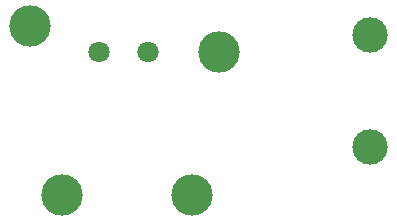
<source format=gbr>
G04 #@! TF.FileFunction,Copper,L2,Bot,Signal*
%FSLAX46Y46*%
G04 Gerber Fmt 4.6, Leading zero omitted, Abs format (unit mm)*
G04 Created by KiCad (PCBNEW 4.0.1-stable) date 2016/04/06 15:56:50*
%MOMM*%
G01*
G04 APERTURE LIST*
%ADD10C,0.100000*%
%ADD11C,3.500000*%
%ADD12C,1.800000*%
%ADD13C,3.000000*%
G04 APERTURE END LIST*
D10*
D11*
X148501100Y-105003600D03*
D12*
X138301100Y-105003600D03*
X142501100Y-105003600D03*
D11*
X132501100Y-102803600D03*
X146201100Y-117103600D03*
X135201100Y-117103600D03*
D13*
X161290000Y-113030000D03*
X161290000Y-103580000D03*
M02*

</source>
